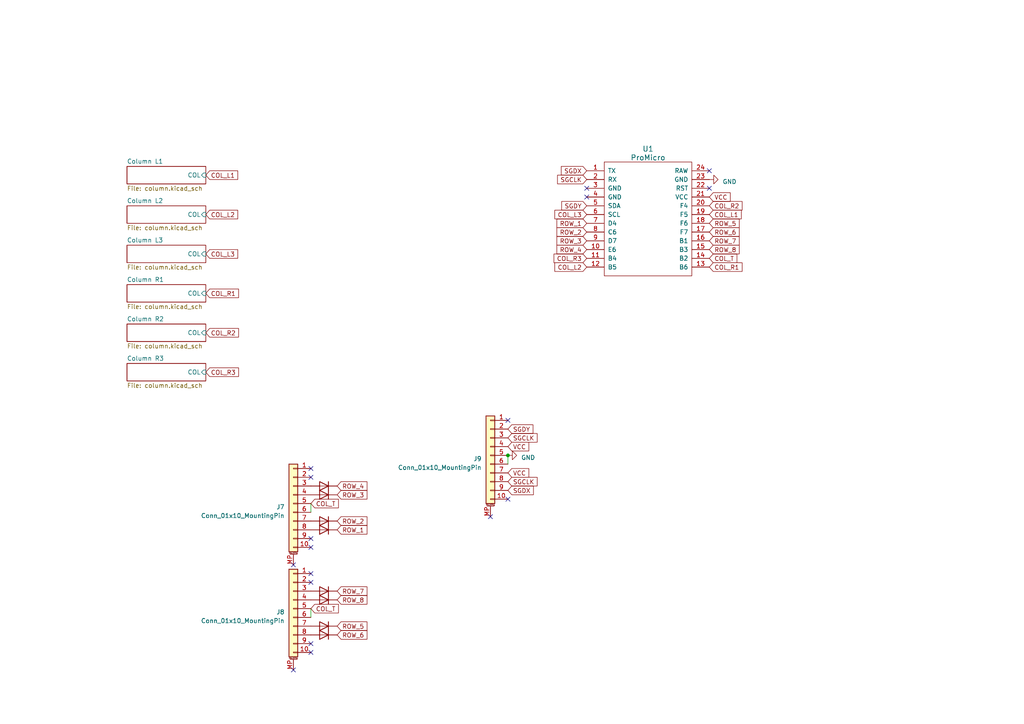
<source format=kicad_sch>
(kicad_sch (version 20230121) (generator eeschema)
  (paper "A4")
  (lib_symbols
    (symbol "Connector_Generic_MountingPin:Conn_01x10_MountingPin" (pin_names (offset 1.016) hide)
      (property "Reference" "J" (at 0 12.7 0))
      (property "Value" "Conn_01x10_MountingPin" (at 1.27 -15.24 0))
      (symbol "Conn_01x10_MountingPin_1_1"
        (rectangle (start -1.27 -12.573) (end 0 -12.827) (stroke (width 0.1524)))
        (rectangle (start -1.27 -10.033) (end 0 -10.287) (stroke (width 0.1524)))
        (rectangle (start -1.27 -7.493) (end 0 -7.747) (stroke (width 0.1524)))
        (rectangle (start -1.27 -4.953) (end 0 -5.207) (stroke (width 0.1524)))
        (rectangle (start -1.27 -2.413) (end 0 -2.667) (stroke (width 0.1524)))
        (rectangle (start -1.27 0.127) (end 0 -0.127) (stroke (width 0.1524)))
        (rectangle (start -1.27 2.667) (end 0 2.413) (stroke (width 0.1524)))
        (rectangle (start -1.27 5.207) (end 0 4.953) (stroke (width 0.1524)))
        (rectangle (start -1.27 7.747) (end 0 7.493) (stroke (width 0.1524)))
        (rectangle (start -1.27 10.287) (end 0 10.033) (stroke (width 0.1524)))
        (rectangle (start -1.27 11.43) (end 1.27 -13.97) (stroke (width 0.254)) (fill (type background)))
        (polyline (pts (xy -1.016 -14.732) (xy 1.016 -14.732)) (stroke (width 0.1524)))
        (text "Mounting" (at 0 -14.351 0) (effects (font (size 0.381 0.381))))
        (pin passive line (at -5.08 10.16 0) (length 3.81) (name "Pin_1") (number "1"))
        (pin passive line (at -5.08 -12.7 0) (length 3.81) (name "Pin_10") (number "10"))
        (pin passive line (at -5.08 7.62 0) (length 3.81) (name "Pin_2") (number "2"))
        (pin passive line (at -5.08 5.08 0) (length 3.81) (name "Pin_3") (number "3"))
        (pin passive line (at -5.08 2.54 0) (length 3.81) (name "Pin_4") (number "4"))
        (pin passive line (at -5.08 0 0) (length 3.81) (name "Pin_5") (number "5"))
        (pin passive line (at -5.08 -2.54 0) (length 3.81) (name "Pin_6") (number "6"))
        (pin passive line (at -5.08 -5.08 0) (length 3.81) (name "Pin_7") (number "7"))
        (pin passive line (at -5.08 -7.62 0) (length 3.81) (name "Pin_8") (number "8"))
        (pin passive line (at -5.08 -10.16 0) (length 3.81) (name "Pin_9") (number "9"))
        (pin passive line (at 0 -17.78 90) (length 3.048) (name "MountPin") (number "MP"))
      )
    )
    (symbol "Diode:1N4148W" (pin_numbers hide) (pin_names hide)
      (property "Reference" "D" (at 0 2.54 0))
      (property "Value" "1N4148W" (at 0 -2.54 0))
      (symbol "1N4148W_0_1"
        (polyline (pts (xy -1.27 1.27) (xy -1.27 -1.27)) (stroke (width 0.254)))
        (polyline (pts (xy 1.27 0) (xy -1.27 0)))
        (polyline (pts (xy 1.27 1.27) (xy 1.27 -1.27) (xy -1.27 0) (xy 1.27 1.27)) (stroke (width 0.254)))
      )
      (symbol "1N4148W_1_1"
        (pin passive line (at -3.81 0 0) (length 2.54) (name "K") (number "1"))
        (pin passive line (at 3.81 0 180) (length 2.54) (name "A") (number "2"))
      )
    )
    (symbol "power:GND" (power) (pin_names (offset 0))
      (property "Value" "GND" (at 0 -3.81 0))
      (symbol "GND_0_1"
        (polyline (pts (xy 0 0) (xy 0 -1.27) (xy 1.27 -1.27) (xy 0 -2.54) (xy -1.27 -1.27) (xy 0 -1.27)))
      )
      (symbol "GND_1_1"
        (pin power_in line (at 0 0 270) (length 0) hide (name "GND") (number "1"))
      )
    )
    (symbol "promicro:ProMicro" (pin_names (offset 1.016))
      (property "Reference" "U" (at 0 24.13 0))
      (property "Value" "ProMicro" (at 0 -13.97 0))
      (symbol "ProMicro_0_1"
        (rectangle (start -12.7 21.59) (end 12.7 -11.43))
      )
      (symbol "ProMicro_1_1"
        (pin bidirectional line (at -17.78 19.05 0) (length 5.08) (name "TX") (number "1"))
        (pin bidirectional line (at -17.78 -3.81 0) (length 5.08) (name "E6") (number "10"))
        (pin bidirectional line (at -17.78 -6.35 0) (length 5.08) (name "B4") (number "11"))
        (pin bidirectional line (at -17.78 -8.89 0) (length 5.08) (name "B5") (number "12"))
        (pin bidirectional line (at 17.78 -8.89 180) (length 5.08) (name "B6") (number "13"))
        (pin bidirectional line (at 17.78 -6.35 180) (length 5.08) (name "B2") (number "14"))
        (pin bidirectional line (at 17.78 -3.81 180) (length 5.08) (name "B3") (number "15"))
        (pin bidirectional line (at 17.78 -1.27 180) (length 5.08) (name "B1") (number "16"))
        (pin bidirectional line (at 17.78 1.27 180) (length 5.08) (name "F7") (number "17"))
        (pin bidirectional line (at 17.78 3.81 180) (length 5.08) (name "F6") (number "18"))
        (pin bidirectional line (at 17.78 6.35 180) (length 5.08) (name "F5") (number "19"))
        (pin bidirectional line (at -17.78 16.51 0) (length 5.08) (name "RX") (number "2"))
        (pin bidirectional line (at 17.78 8.89 180) (length 5.08) (name "F4") (number "20"))
        (pin power_in line (at 17.78 11.43 180) (length 5.08) (name "VCC") (number "21"))
        (pin input line (at 17.78 13.97 180) (length 5.08) (name "RST") (number "22"))
        (pin power_in line (at 17.78 16.51 180) (length 5.08) (name "GND") (number "23"))
        (pin power_out line (at 17.78 19.05 180) (length 5.08) (name "RAW") (number "24"))
        (pin power_in line (at -17.78 13.97 0) (length 5.08) (name "GND") (number "3"))
        (pin power_in line (at -17.78 11.43 0) (length 5.08) (name "GND") (number "4"))
        (pin bidirectional line (at -17.78 8.89 0) (length 5.08) (name "SDA") (number "5"))
        (pin bidirectional line (at -17.78 6.35 0) (length 5.08) (name "SCL") (number "6"))
        (pin bidirectional line (at -17.78 3.81 0) (length 5.08) (name "D4") (number "7"))
        (pin bidirectional line (at -17.78 1.27 0) (length 5.08) (name "C6") (number "8"))
        (pin bidirectional line (at -17.78 -1.27 0) (length 5.08) (name "D7") (number "9"))
      )
    )
  )
  (junction (at 147.32 132.08))
  (no_connect (at 142.24 149.86))
  (no_connect (at 85.09 194.31))
  (no_connect (at 147.32 144.78))
  (no_connect (at 90.17 135.89))
  (no_connect (at 205.74 54.61))
  (no_connect (at 90.17 158.75))
  (no_connect (at 90.17 138.43))
  (no_connect (at 90.17 189.23))
  (no_connect (at 85.09 163.83))
  (no_connect (at 147.32 121.92))
  (no_connect (at 90.17 166.37))
  (no_connect (at 205.74 49.53))
  (no_connect (at 90.17 168.91))
  (no_connect (at 90.17 156.21))
  (no_connect (at 90.17 186.69))
  (no_connect (at 170.18 57.15))
  (no_connect (at 170.18 54.61))
  (wire (pts (xy 147.32 132.08) (xy 147.32 134.62)))
  (wire (pts (xy 90.17 176.53) (xy 90.17 179.07)))
  (wire (pts (xy 90.17 146.05) (xy 90.17 148.59)))
  (global_label "VCC" (shape input) (at 205.74 57.15 0) (property "Intersheetrefs" "${INTERSHEET_REFS}" (effects hide)))
  (global_label "COL_T" (shape input) (at 205.74 74.93 0) (property "Intersheetrefs" "${INTERSHEET_REFS}" (effects hide)))
  (global_label "VCC" (shape input) (at 147.32 137.16 0) (property "Intersheetrefs" "${INTERSHEET_REFS}" (effects hide)))
  (global_label "ROW_1" (shape input) (at 170.18 64.77 180) (property "Intersheetrefs" "${INTERSHEET_REFS}" (effects hide)))
  (global_label "SGCLK" (shape input) (at 147.32 127 0) (property "Intersheetrefs" "${INTERSHEET_REFS}" (effects hide)))
  (global_label "COL_T" (shape input) (at 90.17 176.53 0) (property "Intersheetrefs" "${INTERSHEET_REFS}" (effects hide)))
  (global_label "SGDX" (shape input) (at 147.32 142.24 0) (property "Intersheetrefs" "${INTERSHEET_REFS}" (effects hide)))
  (global_label "ROW_2" (shape input) (at 170.18 67.31 180) (property "Intersheetrefs" "${INTERSHEET_REFS}" (effects hide)))
  (global_label "ROW_8" (shape input) (at 97.79 173.99 0) (property "Intersheetrefs" "${INTERSHEET_REFS}" (effects hide)))
  (global_label "COL_R3" (shape input) (at 170.18 74.93 180) (property "Intersheetrefs" "${INTERSHEET_REFS}" (effects hide)))
  (global_label "ROW_5" (shape input) (at 97.79 181.61 0) (property "Intersheetrefs" "${INTERSHEET_REFS}" (effects hide)))
  (global_label "COL_L1" (shape input) (at 59.69 50.8 0) (property "Intersheetrefs" "${INTERSHEET_REFS}" (effects hide)))
  (global_label "SGCLK" (shape input) (at 170.18 52.07 180) (property "Intersheetrefs" "${INTERSHEET_REFS}" (effects hide)))
  (global_label "ROW_2" (shape input) (at 97.79 151.13 0) (property "Intersheetrefs" "${INTERSHEET_REFS}" (effects hide)))
  (global_label "COL_L1" (shape input) (at 205.74 62.23 0) (property "Intersheetrefs" "${INTERSHEET_REFS}" (effects hide)))
  (global_label "ROW_4" (shape input) (at 97.79 140.97 0) (property "Intersheetrefs" "${INTERSHEET_REFS}" (effects hide)))
  (global_label "COL_R2" (shape input) (at 205.74 59.69 0) (property "Intersheetrefs" "${INTERSHEET_REFS}" (effects hide)))
  (global_label "SGDY" (shape input) (at 170.18 59.69 180) (property "Intersheetrefs" "${INTERSHEET_REFS}" (effects hide)))
  (global_label "ROW_7" (shape input) (at 97.79 171.45 0) (property "Intersheetrefs" "${INTERSHEET_REFS}" (effects hide)))
  (global_label "COL_L2" (shape input) (at 170.18 77.47 180) (property "Intersheetrefs" "${INTERSHEET_REFS}" (effects hide)))
  (global_label "COL_L3" (shape input) (at 170.18 62.23 180) (property "Intersheetrefs" "${INTERSHEET_REFS}" (effects hide)))
  (global_label "COL_L3" (shape input) (at 59.69 73.66 0) (property "Intersheetrefs" "${INTERSHEET_REFS}" (effects hide)))
  (global_label "ROW_4" (shape input) (at 170.18 72.39 180) (property "Intersheetrefs" "${INTERSHEET_REFS}" (effects hide)))
  (global_label "VCC" (shape input) (at 147.32 129.54 0) (property "Intersheetrefs" "${INTERSHEET_REFS}" (effects hide)))
  (global_label "SGDX" (shape input) (at 170.18 49.53 180) (property "Intersheetrefs" "${INTERSHEET_REFS}" (effects hide)))
  (global_label "ROW_8" (shape input) (at 205.74 72.39 0) (property "Intersheetrefs" "${INTERSHEET_REFS}" (effects hide)))
  (global_label "COL_L2" (shape input) (at 59.69 62.23 0) (property "Intersheetrefs" "${INTERSHEET_REFS}" (effects hide)))
  (global_label "ROW_3" (shape input) (at 97.79 143.51 0) (property "Intersheetrefs" "${INTERSHEET_REFS}" (effects hide)))
  (global_label "COL_R2" (shape input) (at 59.69 96.52 0) (property "Intersheetrefs" "${INTERSHEET_REFS}" (effects hide)))
  (global_label "ROW_1" (shape input) (at 97.79 153.67 0) (property "Intersheetrefs" "${INTERSHEET_REFS}" (effects hide)))
  (global_label "SGCLK" (shape input) (at 147.32 139.7 0) (property "Intersheetrefs" "${INTERSHEET_REFS}" (effects hide)))
  (global_label "COL_R1" (shape input) (at 205.74 77.47 0) (property "Intersheetrefs" "${INTERSHEET_REFS}" (effects hide)))
  (global_label "ROW_6" (shape input) (at 205.74 67.31 0) (property "Intersheetrefs" "${INTERSHEET_REFS}" (effects hide)))
  (global_label "COL_R3" (shape input) (at 59.69 107.95 0) (property "Intersheetrefs" "${INTERSHEET_REFS}" (effects hide)))
  (global_label "COL_T" (shape input) (at 90.17 146.05 0) (property "Intersheetrefs" "${INTERSHEET_REFS}" (effects hide)))
  (global_label "ROW_5" (shape input) (at 205.74 64.77 0) (property "Intersheetrefs" "${INTERSHEET_REFS}" (effects hide)))
  (global_label "ROW_6" (shape input) (at 97.79 184.15 0) (property "Intersheetrefs" "${INTERSHEET_REFS}" (effects hide)))
  (global_label "ROW_3" (shape input) (at 170.18 69.85 180) (property "Intersheetrefs" "${INTERSHEET_REFS}" (effects hide)))
  (global_label "SGDY" (shape input) (at 147.32 124.46 0) (property "Intersheetrefs" "${INTERSHEET_REFS}" (effects hide)))
  (global_label "COL_R1" (shape input) (at 59.69 85.09 0) (property "Intersheetrefs" "${INTERSHEET_REFS}" (effects hide)))
  (global_label "ROW_7" (shape input) (at 205.74 69.85 0) (property "Intersheetrefs" "${INTERSHEET_REFS}" (effects hide)))
  (symbol (lib_id "Connector_Generic_MountingPin:Conn_01x10_MountingPin") (at 142.24 132.08 0) (mirror y) (unit 1)
    (property "Reference" "J9" (at 139.7 133.0706 0) (effects (justify left)))
    (property "Value" "Conn_01x10_MountingPin" (at 139.7 135.6106 0) (effects (justify left)))
    (property "Footprint" "Custom:FFC_Clamshell_0.5mm_1x10" (effects hide))
  )
  (symbol (lib_id "Diode:1N4148W") (at 93.98 143.51 180) (unit 1)
    (property "Reference" "D60" (effects hide))
    (property "Value" "1N4148W" (effects hide))
    (property "Footprint" "Diode_SMD:D_0805_2012Metric" (effects hide))
    (property "Datasheet" "https://www.vishay.com/docs/85748/1n4148w.pdf" (effects hide))
    (property "Sim.Device" "D" (effects hide))
    (property "Sim.Pins" "1=K 2=A" (effects hide))
  )
  (symbol (lib_id "Diode:1N4148W") (at 93.98 173.99 180) (unit 1)
    (property "Reference" "D52" (effects hide))
    (property "Value" "1N4148W" (effects hide))
    (property "Footprint" "Diode_SMD:D_0805_2012Metric" (effects hide))
    (property "Datasheet" "https://www.vishay.com/docs/85748/1n4148w.pdf" (effects hide))
    (property "Sim.Device" "D" (effects hide))
    (property "Sim.Pins" "1=K 2=A" (effects hide))
  )
  (symbol (lib_id "Diode:1N4148W") (at 93.98 151.13 180) (unit 1)
    (property "Reference" "D61" (effects hide))
    (property "Value" "1N4148W" (effects hide))
    (property "Footprint" "Diode_SMD:D_0805_2012Metric" (effects hide))
    (property "Datasheet" "https://www.vishay.com/docs/85748/1n4148w.pdf" (effects hide))
    (property "Sim.Device" "D" (effects hide))
    (property "Sim.Pins" "1=K 2=A" (effects hide))
  )
  (symbol (lib_id "power:GND") (at 205.74 52.07 90) (unit 1)
    (property "Reference" "#PWR01" (effects hide))
    (property "Value" "GND" (at 209.55 52.705 90) (effects (justify right)))
  )
  (symbol (lib_id "Diode:1N4148W") (at 93.98 153.67 180) (unit 1)
    (property "Reference" "D62" (effects hide))
    (property "Value" "1N4148W" (effects hide))
    (property "Footprint" "Diode_SMD:D_0805_2012Metric" (effects hide))
    (property "Datasheet" "https://www.vishay.com/docs/85748/1n4148w.pdf" (effects hide))
    (property "Sim.Device" "D" (effects hide))
    (property "Sim.Pins" "1=K 2=A" (effects hide))
  )
  (symbol (lib_id "Diode:1N4148W") (at 93.98 171.45 180) (unit 1)
    (property "Reference" "D51" (effects hide))
    (property "Value" "1N4148W" (effects hide))
    (property "Footprint" "Diode_SMD:D_0805_2012Metric" (effects hide))
    (property "Datasheet" "https://www.vishay.com/docs/85748/1n4148w.pdf" (effects hide))
    (property "Sim.Device" "D" (effects hide))
    (property "Sim.Pins" "1=K 2=A" (effects hide))
  )
  (symbol (lib_id "Diode:1N4148W") (at 93.98 184.15 180) (unit 1)
    (property "Reference" "D54" (effects hide))
    (property "Value" "1N4148W" (effects hide))
    (property "Footprint" "Diode_SMD:D_0805_2012Metric" (effects hide))
    (property "Datasheet" "https://www.vishay.com/docs/85748/1n4148w.pdf" (effects hide))
    (property "Sim.Device" "D" (effects hide))
    (property "Sim.Pins" "1=K 2=A" (effects hide))
  )
  (symbol (lib_id "Connector_Generic_MountingPin:Conn_01x10_MountingPin") (at 85.09 176.53 0) (mirror y) (unit 1)
    (property "Reference" "J8" (at 82.55 177.5206 0) (effects (justify left)))
    (property "Value" "Conn_01x10_MountingPin" (at 82.55 180.0606 0) (effects (justify left)))
    (property "Footprint" "Custom:FFC_Clamshell_0.5mm_1x10" (effects hide))
  )
  (symbol (lib_id "Connector_Generic_MountingPin:Conn_01x10_MountingPin") (at 85.09 146.05 0) (mirror y) (unit 1)
    (property "Reference" "J7" (at 82.55 147.0406 0) (effects (justify left)))
    (property "Value" "Conn_01x10_MountingPin" (at 82.55 149.5806 0) (effects (justify left)))
    (property "Footprint" "Custom:FFC_Clamshell_0.5mm_1x10" (effects hide))
  )
  (symbol (lib_id "Diode:1N4148W") (at 93.98 181.61 180) (unit 1)
    (property "Reference" "D53" (effects hide))
    (property "Value" "1N4148W" (effects hide))
    (property "Footprint" "Diode_SMD:D_0805_2012Metric" (effects hide))
    (property "Datasheet" "https://www.vishay.com/docs/85748/1n4148w.pdf" (effects hide))
    (property "Sim.Device" "D" (effects hide))
    (property "Sim.Pins" "1=K 2=A" (effects hide))
  )
  (symbol (lib_id "Diode:1N4148W") (at 93.98 140.97 180) (unit 1)
    (property "Reference" "D59" (effects hide))
    (property "Value" "1N4148W" (effects hide))
    (property "Footprint" "Diode_SMD:D_0805_2012Metric" (effects hide))
    (property "Datasheet" "https://www.vishay.com/docs/85748/1n4148w.pdf" (effects hide))
    (property "Sim.Device" "D" (effects hide))
    (property "Sim.Pins" "1=K 2=A" (effects hide))
  )
  (symbol (lib_id "promicro:ProMicro") (at 187.96 68.58 0) (unit 1)
    (property "Reference" "U1" (at 187.96 43.18 0) (effects (font (size 1.524 1.524))))
    (property "Value" "ProMicro" (at 187.96 45.72 0) (effects (font (size 1.524 1.524))))
    (property "Footprint" "promicro:ProMicro" (effects hide))
  )
  (symbol (lib_id "power:GND") (at 147.32 132.08 90) (unit 1)
    (property "Reference" "#PWR02" (effects hide))
    (property "Value" "GND" (at 151.13 132.715 90) (effects (justify right)))
  )
  (sheet (at 36.83 93.98) (size 22.86 5.08) (stroke (width 0.1524))
    (property "Sheetname" "Column R2" (at 36.83 93.2684 0) (effects (justify left bottom)))
    (property "Sheetfile" "column.kicad_sch" (at 36.83 99.6446 0) (effects (justify left top)))
    (pin "COL" input (at 59.69 96.52 0))
  )
  (sheet (at 36.83 59.69) (size 22.86 5.08) (stroke (width 0.1524))
    (property "Sheetname" "Column L2" (at 36.83 58.9784 0) (effects (justify left bottom)))
    (property "Sheetfile" "column.kicad_sch" (at 36.83 65.3546 0) (effects (justify left top)))
    (pin "COL" input (at 59.69 62.23 0))
  )
  (sheet (at 36.83 71.12) (size 22.86 5.08) (stroke (width 0.1524))
    (property "Sheetname" "Column L3" (at 36.83 70.4084 0) (effects (justify left bottom)))
    (property "Sheetfile" "column.kicad_sch" (at 36.83 76.7846 0) (effects (justify left top)))
    (pin "COL" input (at 59.69 73.66 0))
  )
  (sheet (at 36.83 48.26) (size 22.86 5.08) (stroke (width 0.1524))
    (property "Sheetname" "Column L1" (at 36.83 47.5484 0) (effects (justify left bottom)))
    (property "Sheetfile" "column.kicad_sch" (at 36.83 53.9246 0) (effects (justify left top)))
    (pin "COL" input (at 59.69 50.8 0))
  )
  (sheet (at 36.83 82.55) (size 22.86 5.08) (stroke (width 0.1524))
    (property "Sheetname" "Column R1" (at 36.83 81.8384 0) (effects (justify left bottom)))
    (property "Sheetfile" "column.kicad_sch" (at 36.83 88.2146 0) (effects (justify left top)))
    (pin "COL" input (at 59.69 85.09 0))
  )
  (sheet (at 36.83 105.41) (size 22.86 5.08) (stroke (width 0.1524))
    (property "Sheetname" "Column R3" (at 36.83 104.6984 0) (effects (justify left bottom)))
    (property "Sheetfile" "column.kicad_sch" (at 36.83 111.0746 0) (effects (justify left top)))
    (pin "COL" input (at 59.69 107.95 0))
  )
)
</source>
